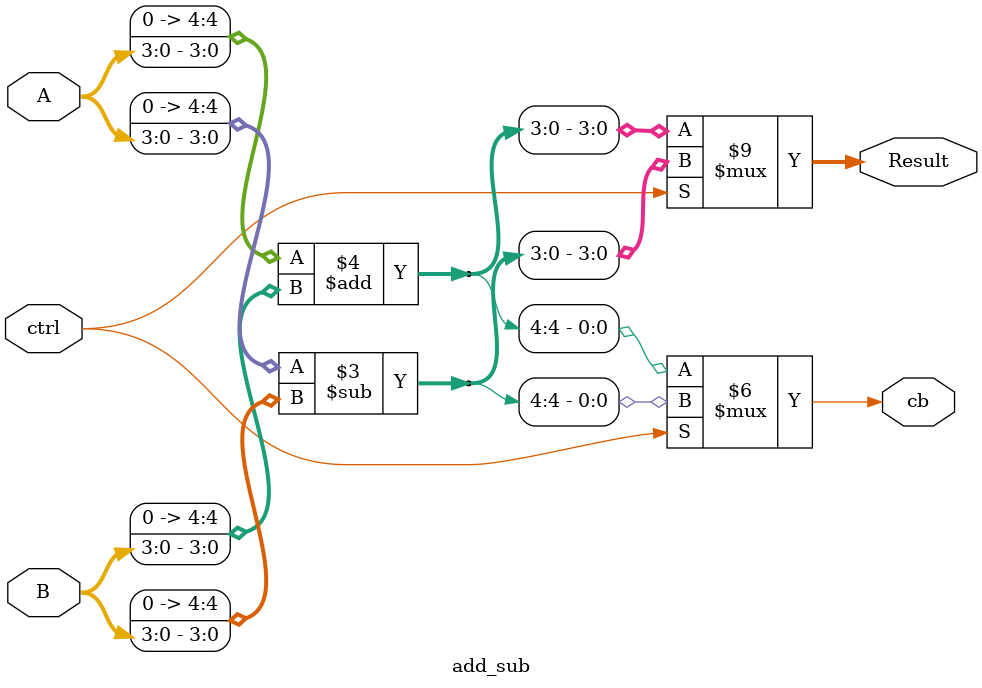
<source format=v>


// Outputs: Result[3:0], CarryOrBorrow

// When ctrl = 0, perform A + B

// When ctrl = 1, perform A - B


module add_sub(
  input [3:0]A,
  input [3:0]B,
  input ctrl,
  output reg [3:0]Result,
  output reg cb
);


  reg [4:0]out;
  
  always @(*)begin
    
    if(ctrl==1)begin
      out={1'b0,A} -{1'b0,B};
      Result=out[3:0];
      cb=out[4]; 
    end
    else begin
      out={1'b0,A} +{1'b0,B};
      Result=out[3:0];
      cb=out[4]; 
    end
    
  end
endmodule

</source>
